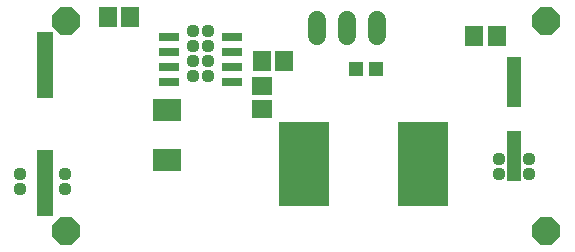
<source format=gts>
G75*
%MOIN*%
%OFA0B0*%
%FSLAX25Y25*%
%IPPOS*%
%LPD*%
%AMOC8*
5,1,8,0,0,1.08239X$1,22.5*
%
%ADD10R,0.05500X0.21900*%
%ADD11R,0.05918X0.06706*%
%ADD12R,0.05100X0.16800*%
%ADD13R,0.06706X0.05918*%
%ADD14R,0.09383X0.07178*%
%ADD15R,0.16548X0.28359*%
%ADD16C,0.06000*%
%ADD17R,0.04737X0.05131*%
%ADD18R,0.07100X0.02900*%
%ADD19OC8,0.09300*%
%ADD20C,0.04369*%
D10*
X0040533Y0028006D03*
X0040533Y0067206D03*
D11*
X0061604Y0083032D03*
X0069084Y0083032D03*
X0113000Y0068465D03*
X0120480Y0068465D03*
X0183752Y0077011D03*
X0191232Y0077011D03*
D12*
X0196972Y0061609D03*
X0196972Y0037009D03*
D13*
X0113127Y0052590D03*
X0113127Y0060070D03*
D14*
X0081385Y0052050D03*
X0081385Y0035436D03*
D15*
X0127137Y0034235D03*
X0166507Y0034235D03*
D16*
X0151272Y0077021D02*
X0151272Y0082221D01*
X0141272Y0082221D02*
X0141272Y0077021D01*
X0131272Y0077021D02*
X0131272Y0082221D01*
D17*
X0144225Y0065926D03*
X0150917Y0065926D03*
D18*
X0102904Y0066641D03*
X0102904Y0061641D03*
X0082004Y0061641D03*
X0082004Y0066641D03*
X0082004Y0071641D03*
X0082004Y0076641D03*
X0102904Y0076641D03*
X0102904Y0071641D03*
D19*
X0047668Y0011895D03*
X0207668Y0011895D03*
X0207668Y0081895D03*
X0047668Y0081895D03*
D20*
X0089915Y0078509D03*
X0094915Y0078509D03*
X0094915Y0073509D03*
X0089915Y0073509D03*
X0089915Y0068509D03*
X0094915Y0068509D03*
X0094915Y0063509D03*
X0089915Y0063509D03*
X0047415Y0031009D03*
X0047415Y0026009D03*
X0032415Y0026009D03*
X0032415Y0031009D03*
X0191915Y0031009D03*
X0201915Y0031009D03*
X0201915Y0036009D03*
X0191915Y0036009D03*
M02*

</source>
